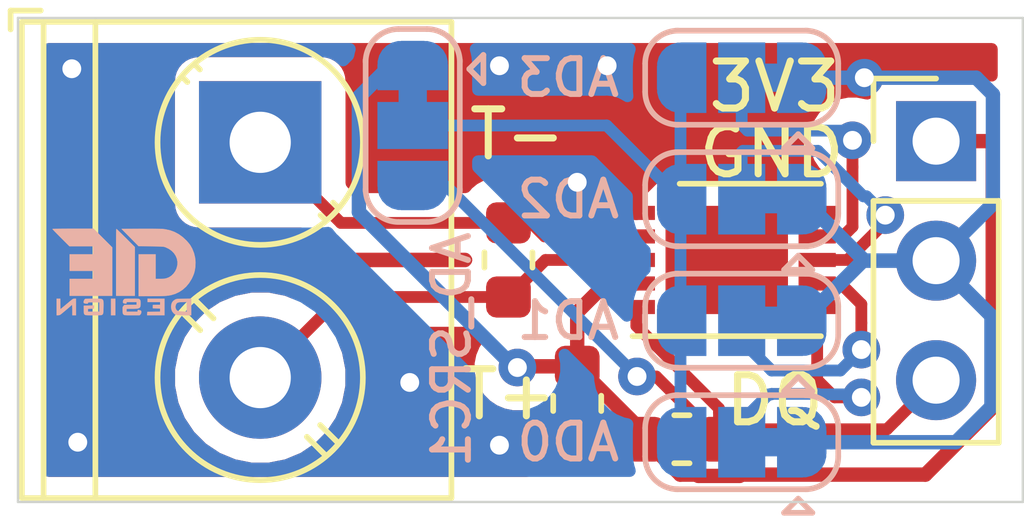
<source format=kicad_pcb>
(kicad_pcb (version 20171130) (host pcbnew "(5.1.4)-1")

  (general
    (thickness 1.6)
    (drawings 9)
    (tracks 123)
    (zones 0)
    (modules 12)
    (nets 12)
  )

  (page A4)
  (layers
    (0 F.Cu signal)
    (31 B.Cu signal)
    (32 B.Adhes user)
    (33 F.Adhes user)
    (34 B.Paste user)
    (35 F.Paste user)
    (36 B.SilkS user)
    (37 F.SilkS user)
    (38 B.Mask user)
    (39 F.Mask user)
    (40 Dwgs.User user)
    (41 Cmts.User user)
    (42 Eco1.User user)
    (43 Eco2.User user)
    (44 Edge.Cuts user)
    (45 Margin user)
    (46 B.CrtYd user)
    (47 F.CrtYd user)
    (48 B.Fab user hide)
    (49 F.Fab user hide)
  )

  (setup
    (last_trace_width 0.25)
    (trace_clearance 0.1524)
    (zone_clearance 0.508)
    (zone_45_only no)
    (trace_min 0.1778)
    (via_size 0.8)
    (via_drill 0.4)
    (via_min_size 0.4)
    (via_min_drill 0.254)
    (uvia_size 0.3)
    (uvia_drill 0.1)
    (uvias_allowed no)
    (uvia_min_size 0.2)
    (uvia_min_drill 0.1)
    (edge_width 0.05)
    (segment_width 0.2)
    (pcb_text_width 0.3)
    (pcb_text_size 1.5 1.5)
    (mod_edge_width 0.12)
    (mod_text_size 1 1)
    (mod_text_width 0.15)
    (pad_size 1 0.5)
    (pad_drill 0)
    (pad_to_mask_clearance 0.051)
    (solder_mask_min_width 0.25)
    (aux_axis_origin 0 0)
    (visible_elements 7FFFFFFF)
    (pcbplotparams
      (layerselection 0x010fc_ffffffff)
      (usegerberextensions false)
      (usegerberattributes false)
      (usegerberadvancedattributes false)
      (creategerberjobfile false)
      (excludeedgelayer true)
      (linewidth 0.100000)
      (plotframeref false)
      (viasonmask false)
      (mode 1)
      (useauxorigin false)
      (hpglpennumber 1)
      (hpglpenspeed 20)
      (hpglpendiameter 15.000000)
      (psnegative false)
      (psa4output false)
      (plotreference true)
      (plotvalue true)
      (plotinvisibletext false)
      (padsonsilk false)
      (subtractmaskfromsilk false)
      (outputformat 1)
      (mirror false)
      (drillshape 1)
      (scaleselection 1)
      (outputdirectory ""))
  )

  (net 0 "")
  (net 1 GND)
  (net 2 +3V3)
  (net 3 "Net-(U1-Pad10)")
  (net 4 /T-)
  (net 5 /T+)
  (net 6 /DQ)
  (net 7 /AD0)
  (net 8 /AD1)
  (net 9 /AD2)
  (net 10 /AD3)
  (net 11 "Net-(AD0-Pad3)")

  (net_class Default "This is the default net class."
    (clearance 0.1524)
    (trace_width 0.25)
    (via_dia 0.8)
    (via_drill 0.4)
    (uvia_dia 0.3)
    (uvia_drill 0.1)
    (add_net +3V3)
    (add_net /AD0)
    (add_net /AD1)
    (add_net /AD2)
    (add_net /AD3)
    (add_net /DQ)
    (add_net /T+)
    (add_net /T-)
    (add_net GND)
    (add_net "Net-(AD0-Pad3)")
    (add_net "Net-(U1-Pad10)")
  )

  (module "0 - GIE Design Logos:GIEDesign_(3mmx2mm)_B.SilkS" (layer F.Cu) (tedit 5E745DF8) (tstamp 5E74B26B)
    (at 41.402 71.5645)
    (fp_text reference G*** (at 0.00508 -1.99136) (layer B.Fab) hide
      (effects (font (size 1.524 1.524) (thickness 0.3)) (justify mirror))
    )
    (fp_text value LOGO (at 0.04064 2.11328) (layer B.Fab) hide
      (effects (font (size 1.524 1.524) (thickness 0.3)))
    )
    (fp_poly (pts (xy -1.067122 -0.916488) (xy -1.140466 -0.916231) (xy -1.20807 -0.915821) (xy -1.268677 -0.915275)
      (xy -1.32103 -0.914609) (xy -1.363872 -0.913838) (xy -1.395946 -0.912979) (xy -1.415994 -0.912048)
      (xy -1.422763 -0.91108) (xy -1.417807 -0.904846) (xy -1.403718 -0.88959) (xy -1.381662 -0.866514)
      (xy -1.352807 -0.836821) (xy -1.318322 -0.801712) (xy -1.279373 -0.762392) (xy -1.243096 -0.726023)
      (xy -1.063428 -0.546463) (xy -0.559163 -0.546463) (xy -0.559163 -0.372292) (xy -1.059906 -0.372292)
      (xy -1.059906 -0.023949) (xy -0.559163 -0.023949) (xy -0.559163 0.150223) (xy -1.059906 0.150223)
      (xy -1.059906 0.505823) (xy -0.16002 0.505823) (xy -0.16002 -0.520769) (xy -0.357925 -0.718673)
      (xy -0.555829 -0.916577) (xy -0.989296 -0.916577) (xy -1.067122 -0.916488)) (layer B.SilkS) (width 0.01))
    (fp_poly (pts (xy -0.068304 -0.902227) (xy -0.069034 -0.881604) (xy -0.069724 -0.848434) (xy -0.070368 -0.803702)
      (xy -0.070956 -0.748391) (xy -0.071483 -0.683486) (xy -0.07194 -0.609971) (xy -0.07232 -0.528829)
      (xy -0.072615 -0.441045) (xy -0.072819 -0.347602) (xy -0.072922 -0.249484) (xy -0.072935 -0.201749)
      (xy -0.072935 0.505823) (xy 0.318951 0.505823) (xy 0.318951 -0.528423) (xy 0.128401 -0.718872)
      (xy 0.085111 -0.761998) (xy 0.044984 -0.801704) (xy 0.009184 -0.836858) (xy -0.021123 -0.866327)
      (xy -0.044771 -0.888978) (xy -0.060596 -0.903679) (xy -0.067433 -0.909297) (xy -0.067542 -0.90932)
      (xy -0.068304 -0.902227)) (layer B.SilkS) (width 0.01))
    (fp_poly (pts (xy 0.496039 -0.915319) (xy 0.441276 -0.915081) (xy 0.044716 -0.912949) (xy 0.22351 -0.73152)
      (xy 0.402305 -0.550092) (xy 0.667242 -0.546201) (xy 0.736274 -0.545167) (xy 0.792438 -0.544219)
      (xy 0.837378 -0.543238) (xy 0.872739 -0.542106) (xy 0.900164 -0.540707) (xy 0.9213 -0.53892)
      (xy 0.937789 -0.536629) (xy 0.951277 -0.533715) (xy 0.963409 -0.530061) (xy 0.975827 -0.525547)
      (xy 0.980648 -0.523704) (xy 1.048373 -0.491106) (xy 1.10672 -0.449556) (xy 1.154868 -0.40034)
      (xy 1.191994 -0.344744) (xy 1.217277 -0.284054) (xy 1.229895 -0.219555) (xy 1.229024 -0.152534)
      (xy 1.227054 -0.138277) (xy 1.210231 -0.07327) (xy 1.182272 -0.013516) (xy 1.144706 0.039293)
      (xy 1.099062 0.083463) (xy 1.046871 0.117305) (xy 0.989662 0.139125) (xy 0.972918 0.142856)
      (xy 0.949468 0.145858) (xy 0.916318 0.14827) (xy 0.878275 0.14981) (xy 0.847732 0.150223)
      (xy 0.761637 0.150223) (xy 0.761637 -0.372292) (xy 0.406037 -0.372292) (xy 0.406037 0.51308)
      (xy 0.661851 0.512003) (xy 0.725153 0.511595) (xy 0.787092 0.51093) (xy 0.84535 0.510054)
      (xy 0.897611 0.50901) (xy 0.94156 0.507843) (xy 0.974879 0.506597) (xy 0.990237 0.50573)
      (xy 1.086284 0.491845) (xy 1.17725 0.464681) (xy 1.262228 0.424865) (xy 1.34031 0.373018)
      (xy 1.410587 0.309766) (xy 1.472151 0.235731) (xy 1.524096 0.151539) (xy 1.533965 0.13208)
      (xy 1.558411 0.079198) (xy 1.576229 0.032685) (xy 1.589067 -0.013014) (xy 1.598576 -0.063453)
      (xy 1.604041 -0.103777) (xy 1.608927 -0.203463) (xy 1.599679 -0.302102) (xy 1.576641 -0.398196)
      (xy 1.540151 -0.490246) (xy 1.499476 -0.563159) (xy 1.48295 -0.58626) (xy 1.459732 -0.615197)
      (xy 1.433433 -0.645584) (xy 1.416713 -0.663702) (xy 1.337101 -0.738372) (xy 1.253036 -0.799363)
      (xy 1.163831 -0.847016) (xy 1.0688 -0.88167) (xy 0.967255 -0.903664) (xy 0.918982 -0.909547)
      (xy 0.892492 -0.911253) (xy 0.85269 -0.912688) (xy 0.800778 -0.913838) (xy 0.737956 -0.914691)
      (xy 0.665425 -0.915231) (xy 0.584386 -0.915445) (xy 0.496039 -0.915319)) (layer B.SilkS) (width 0.01))
    (fp_poly (pts (xy -0.96664 0.571187) (xy -0.974857 0.572019) (xy -0.983442 0.574657) (xy -0.993861 0.580123)
      (xy -1.007576 0.589442) (xy -1.026052 0.603636) (xy -1.050753 0.623729) (xy -1.083142 0.650743)
      (xy -1.124684 0.685703) (xy -1.141482 0.699858) (xy -1.175971 0.728774) (xy -1.206643 0.754214)
      (xy -1.231796 0.77479) (xy -1.249728 0.789113) (xy -1.258739 0.795794) (xy -1.25941 0.796108)
      (xy -1.260677 0.789263) (xy -1.261756 0.770371) (xy -1.262568 0.741901) (xy -1.26303 0.70632)
      (xy -1.263106 0.683623) (xy -1.263106 0.571137) (xy -1.335678 0.571137) (xy -1.335678 0.91948)
      (xy -1.308463 0.919441) (xy -1.284508 0.915937) (xy -1.26323 0.90748) (xy -1.262065 0.906741)
      (xy -1.249728 0.897566) (xy -1.229065 0.881094) (xy -1.202244 0.859156) (xy -1.171436 0.833582)
      (xy -1.138808 0.8062) (xy -1.106531 0.778841) (xy -1.076773 0.753334) (xy -1.051704 0.731508)
      (xy -1.033492 0.715194) (xy -1.024306 0.70622) (xy -1.024248 0.706151) (xy -1.013613 0.696617)
      (xy -1.008217 0.694508) (xy -1.006035 0.701354) (xy -1.004175 0.720244) (xy -1.002777 0.748713)
      (xy -1.00198 0.784293) (xy -1.001849 0.806994) (xy -1.001849 0.91948) (xy -0.929278 0.91948)
      (xy -0.929278 0.571137) (xy -0.957327 0.571137) (xy -0.96664 0.571187)) (layer B.SilkS) (width 0.01))
    (fp_poly (pts (xy -0.600932 0.571329) (xy -0.644473 0.571868) (xy -0.681314 0.572696) (xy -0.709215 0.573756)
      (xy -0.725939 0.574991) (xy -0.729381 0.575645) (xy -0.742531 0.586363) (xy -0.753312 0.604782)
      (xy -0.760328 0.626269) (xy -0.762186 0.64619) (xy -0.757493 0.659914) (xy -0.755279 0.661744)
      (xy -0.744392 0.665083) (xy -0.724552 0.668711) (xy -0.711736 0.670441) (xy -0.690206 0.672467)
      (xy -0.679384 0.671147) (xy -0.675639 0.665364) (xy -0.675278 0.659233) (xy -0.674807 0.653581)
      (xy -0.672042 0.6495) (xy -0.664951 0.646734) (xy -0.651502 0.645027) (xy -0.629664 0.644124)
      (xy -0.597406 0.64377) (xy -0.552695 0.643708) (xy -0.428535 0.643708) (xy -0.428535 0.846908)
      (xy -0.675278 0.846908) (xy -0.675278 0.782159) (xy -0.548278 0.777965) (xy -0.546036 0.746926)
      (xy -0.543795 0.715887) (xy -0.651265 0.717897) (xy -0.758735 0.719908) (xy -0.758125 0.806315)
      (xy -0.758037 0.839633) (xy -0.757242 0.865697) (xy -0.754153 0.885395) (xy -0.747183 0.899612)
      (xy -0.734747 0.909236) (xy -0.715257 0.915155) (xy -0.687128 0.918254) (xy -0.648773 0.91942)
      (xy -0.598606 0.919542) (xy -0.555709 0.91948) (xy -0.501555 0.919402) (xy -0.459985 0.919072)
      (xy -0.429071 0.918344) (xy -0.406884 0.91707) (xy -0.391496 0.915106) (xy -0.380976 0.912305)
      (xy -0.373397 0.908522) (xy -0.368968 0.905336) (xy -0.362321 0.899548) (xy -0.357435 0.892696)
      (xy -0.353917 0.882475) (xy -0.351376 0.86658) (xy -0.349418 0.842706) (xy -0.347652 0.808548)
      (xy -0.346047 0.770673) (xy -0.344405 0.715108) (xy -0.344439 0.670594) (xy -0.346128 0.638325)
      (xy -0.348744 0.621797) (xy -0.35334 0.60651) (xy -0.359065 0.594654) (xy -0.367674 0.585793)
      (xy -0.380922 0.579492) (xy -0.400565 0.575315) (xy -0.42836 0.572828) (xy -0.466061 0.571593)
      (xy -0.515425 0.571176) (xy -0.552927 0.571137) (xy -0.600932 0.571329)) (layer B.SilkS) (width 0.01))
    (fp_poly (pts (xy -0.181792 0.91948) (xy -0.094706 0.91948) (xy -0.094706 0.571137) (xy -0.181792 0.571137)
      (xy -0.181792 0.91948)) (layer B.SilkS) (width 0.01))
    (fp_poly (pts (xy 0.207129 0.571176) (xy 0.16944 0.571441) (xy 0.142128 0.572152) (xy 0.123127 0.573528)
      (xy 0.110369 0.575791) (xy 0.101785 0.579161) (xy 0.095308 0.583857) (xy 0.090021 0.58895)
      (xy 0.074936 0.613132) (xy 0.072208 0.632064) (xy 0.072936 0.648957) (xy 0.077408 0.658635)
      (xy 0.089059 0.66413) (xy 0.111323 0.668475) (xy 0.113937 0.668909) (xy 0.133169 0.67151)
      (xy 0.142092 0.669639) (xy 0.144652 0.661546) (xy 0.14478 0.655232) (xy 0.14478 0.636451)
      (xy 0.362494 0.636451) (xy 0.362494 0.700356) (xy 0.099968 0.705394) (xy 0.081816 0.726504)
      (xy 0.073514 0.737092) (xy 0.06837 0.747756) (xy 0.065792 0.762001) (xy 0.065189 0.783335)
      (xy 0.065972 0.815262) (xy 0.066121 0.819685) (xy 0.067133 0.849639) (xy 0.068979 0.872916)
      (xy 0.073309 0.890357) (xy 0.081771 0.9028) (xy 0.096017 0.911088) (xy 0.117697 0.916061)
      (xy 0.148459 0.918558) (xy 0.189953 0.91942) (xy 0.243831 0.919488) (xy 0.262028 0.91948)
      (xy 0.421211 0.91948) (xy 0.439024 0.901667) (xy 0.452784 0.88134) (xy 0.456837 0.854917)
      (xy 0.456837 0.854836) (xy 0.455722 0.835812) (xy 0.449713 0.825903) (xy 0.434815 0.819738)
      (xy 0.429622 0.818261) (xy 0.405164 0.812311) (xy 0.39141 0.812012) (xy 0.385428 0.818043)
      (xy 0.384265 0.828765) (xy 0.384265 0.846908) (xy 0.14478 0.846908) (xy 0.14478 0.781594)
      (xy 0.251822 0.781421) (xy 0.309368 0.780865) (xy 0.354032 0.778784) (xy 0.387435 0.774243)
      (xy 0.411199 0.766308) (xy 0.426943 0.754044) (xy 0.43629 0.736517) (xy 0.440859 0.712793)
      (xy 0.442272 0.681937) (xy 0.442322 0.671603) (xy 0.441973 0.639945) (xy 0.440396 0.61912)
      (xy 0.4368 0.605455) (xy 0.430393 0.595275) (xy 0.42451 0.58895) (xy 0.418208 0.582978)
      (xy 0.411525 0.578517) (xy 0.402392 0.575346) (xy 0.388742 0.573245) (xy 0.368508 0.571994)
      (xy 0.33962 0.571372) (xy 0.300011 0.57116) (xy 0.257265 0.571137) (xy 0.207129 0.571176)) (layer B.SilkS) (width 0.01))
    (fp_poly (pts (xy 0.594722 0.636451) (xy 0.863237 0.636451) (xy 0.863237 0.701274) (xy 0.785222 0.703334)
      (xy 0.707208 0.705394) (xy 0.707208 0.770708) (xy 0.785222 0.772768) (xy 0.863237 0.774828)
      (xy 0.863237 0.846588) (xy 0.727165 0.848562) (xy 0.591094 0.850537) (xy 0.588882 0.885008)
      (xy 0.58667 0.91948) (xy 0.950322 0.91948) (xy 0.950322 0.571137) (xy 0.594722 0.571137)
      (xy 0.594722 0.636451)) (layer B.SilkS) (width 0.01))
    (fp_poly (pts (xy 1.362165 0.572435) (xy 1.310331 0.57332) (xy 1.27082 0.574345) (xy 1.241441 0.575722)
      (xy 1.220003 0.577669) (xy 1.204315 0.580398) (xy 1.192186 0.584124) (xy 1.181424 0.589063)
      (xy 1.178922 0.590388) (xy 1.141543 0.616287) (xy 1.115851 0.648299) (xy 1.100877 0.688206)
      (xy 1.095649 0.737789) (xy 1.095625 0.743261) (xy 1.100823 0.794134) (xy 1.116528 0.836198)
      (xy 1.143262 0.871168) (xy 1.157884 0.885027) (xy 1.17163 0.895669) (xy 1.186674 0.90356)
      (xy 1.205191 0.909167) (xy 1.229356 0.912959) (xy 1.261344 0.915401) (xy 1.303331 0.916961)
      (xy 1.357492 0.918107) (xy 1.362165 0.918191) (xy 1.51638 0.920923) (xy 1.51638 0.848401)
      (xy 1.429294 0.848401) (xy 1.340394 0.845599) (xy 1.296912 0.843607) (xy 1.265328 0.840566)
      (xy 1.243045 0.836118) (xy 1.228031 0.830216) (xy 1.203538 0.809386) (xy 1.187995 0.779952)
      (xy 1.182234 0.745342) (xy 1.187091 0.708986) (xy 1.194062 0.690587) (xy 1.204678 0.671716)
      (xy 1.217497 0.658091) (xy 1.235017 0.648786) (xy 1.259733 0.642873) (xy 1.294141 0.639426)
      (xy 1.336765 0.63763) (xy 1.429294 0.634993) (xy 1.429294 0.848401) (xy 1.51638 0.848401)
      (xy 1.51638 0.570104) (xy 1.362165 0.572435)) (layer B.SilkS) (width 0.01))
  )

  (module MAX31850-Breakout:TDFN-10-1EP_3x4mm_P0.5mm_EP1.75x2.7mm locked (layer F.Cu) (tedit 5E66AF1F) (tstamp 5E75CC61)
    (at 54.2925 71.3105)
    (descr "10-Lead Plastic Dual Flat No-Lead Package, 3x4mm Body")
    (tags "DFN 0.5")
    (path /5E73EC25)
    (attr smd)
    (fp_text reference U1 (at 0 -2.475) (layer F.SilkS) hide
      (effects (font (size 1 1) (thickness 0.15)))
    )
    (fp_text value MAX31850KATB (at 0 2.475) (layer F.Fab)
      (effects (font (size 1 1) (thickness 0.15)))
    )
    (fp_text user %R (at 0 0) (layer F.Fab)
      (effects (font (size 0.7 0.7) (thickness 0.105)))
    )
    (fp_line (start -2.13 -1.75) (end -2.13 1.75) (layer F.CrtYd) (width 0.05))
    (fp_line (start -2.13 -1.75) (end 2.13 -1.75) (layer F.CrtYd) (width 0.05))
    (fp_line (start -2.13 1.75) (end 2.13 1.75) (layer F.CrtYd) (width 0.05))
    (fp_line (start 2.13 -1.75) (end 2.13 1.75) (layer F.CrtYd) (width 0.05))
    (fp_line (start -2 -0.5) (end -1 -1.5) (layer F.Fab) (width 0.1))
    (fp_line (start -2 1.5) (end -2 -0.5) (layer F.Fab) (width 0.1))
    (fp_line (start -1 -1.5) (end 2 -1.5) (layer F.Fab) (width 0.1))
    (fp_line (start 2 -1.5) (end 2 1.5) (layer F.Fab) (width 0.1))
    (fp_line (start 2 1.5) (end -2 1.5) (layer F.Fab) (width 0.1))
    (fp_line (start -1 -1.62) (end 2 -1.62) (layer F.SilkS) (width 0.12))
    (fp_line (start -2 1.62) (end 2 1.62) (layer F.SilkS) (width 0.12))
    (pad 1 smd rect (at -1.92 -1) (size 0.79 0.3) (layers F.Cu F.Paste F.Mask)
      (net 1 GND))
    (pad 2 smd rect (at -1.92 -0.5) (size 0.79 0.3) (layers F.Cu F.Paste F.Mask)
      (net 4 /T-))
    (pad 3 smd rect (at -1.92 0) (size 0.79 0.3) (layers F.Cu F.Paste F.Mask)
      (net 5 /T+))
    (pad 4 smd rect (at -1.92 0.5) (size 0.79 0.3) (layers F.Cu F.Paste F.Mask)
      (net 2 +3V3))
    (pad 5 smd rect (at -1.92 1) (size 0.79 0.3) (layers F.Cu F.Paste F.Mask)
      (net 6 /DQ))
    (pad 6 smd rect (at 1.92 1) (size 0.79 0.3) (layers F.Cu F.Paste F.Mask)
      (net 7 /AD0))
    (pad 7 smd rect (at 1.92 0.5) (size 0.79 0.3) (layers F.Cu F.Paste F.Mask)
      (net 8 /AD1))
    (pad 8 smd rect (at 1.92 0) (size 0.79 0.3) (layers F.Cu F.Paste F.Mask)
      (net 9 /AD2))
    (pad 9 smd rect (at 1.92 -0.5) (size 0.79 0.3) (layers F.Cu F.Paste F.Mask)
      (net 10 /AD3))
    (pad 10 smd rect (at 1.92 -1) (size 0.79 0.3) (layers F.Cu F.Paste F.Mask)
      (net 3 "Net-(U1-Pad10)"))
    (pad 11 smd rect (at 0 0) (size 2.6 2.3) (layers F.Cu F.Mask))
    (pad "" smd rect (at -0.3875 -0.62) (size 0.6 1.05) (layers F.Paste))
    (pad "" smd rect (at -0.3875 0.62) (size 0.6 1.05) (layers F.Paste))
    (pad "" smd rect (at 0.3875 -0.62) (size 0.6 1.05) (layers F.Paste))
    (pad "" smd rect (at 0.3875 0.62) (size 0.6 1.05) (layers F.Paste))
    (model ${KISYS3DMOD}/Package_DFN_QFN.3dshapes/DFN-10-1EP_3x3mm_P0.5mm_EP1.75x2.7mm.wrl
      (at (xyz 0 0 0))
      (scale (xyz 1 1 1))
      (rotate (xyz 0 0 0))
    )
  )

  (module "0 - GIE SMD Passive Components:R_0603_1608Metric" (layer F.Cu) (tedit 5B301BBD) (tstamp 5E75E43A)
    (at 53.34 75.1205)
    (descr "Resistor SMD 0603 (1608 Metric), square (rectangular) end terminal, IPC_7351 nominal, (Body size source: http://www.tortai-tech.com/upload/download/2011102023233369053.pdf), generated with kicad-footprint-generator")
    (tags resistor)
    (path /5E7522C3)
    (attr smd)
    (fp_text reference R1 (at 2.413 0) (layer F.SilkS) hide
      (effects (font (size 1 1) (thickness 0.15)))
    )
    (fp_text value DNP_4.7k (at 0 1.43) (layer F.Fab)
      (effects (font (size 1 1) (thickness 0.15)))
    )
    (fp_text user %R (at 0 0) (layer F.Fab)
      (effects (font (size 0.4 0.4) (thickness 0.06)))
    )
    (fp_line (start 1.48 0.73) (end -1.48 0.73) (layer F.CrtYd) (width 0.05))
    (fp_line (start 1.48 -0.73) (end 1.48 0.73) (layer F.CrtYd) (width 0.05))
    (fp_line (start -1.48 -0.73) (end 1.48 -0.73) (layer F.CrtYd) (width 0.05))
    (fp_line (start -1.48 0.73) (end -1.48 -0.73) (layer F.CrtYd) (width 0.05))
    (fp_line (start -0.162779 0.51) (end 0.162779 0.51) (layer F.SilkS) (width 0.12))
    (fp_line (start -0.162779 -0.51) (end 0.162779 -0.51) (layer F.SilkS) (width 0.12))
    (fp_line (start 0.8 0.4) (end -0.8 0.4) (layer F.Fab) (width 0.1))
    (fp_line (start 0.8 -0.4) (end 0.8 0.4) (layer F.Fab) (width 0.1))
    (fp_line (start -0.8 -0.4) (end 0.8 -0.4) (layer F.Fab) (width 0.1))
    (fp_line (start -0.8 0.4) (end -0.8 -0.4) (layer F.Fab) (width 0.1))
    (pad 2 smd roundrect (at 0.7875 0) (size 0.875 0.95) (layers F.Cu F.Paste F.Mask) (roundrect_rratio 0.25)
      (net 6 /DQ))
    (pad 1 smd roundrect (at -0.7875 0) (size 0.875 0.95) (layers F.Cu F.Paste F.Mask) (roundrect_rratio 0.25)
      (net 2 +3V3))
    (model ${KISYS3DMOD}/Resistor_SMD.3dshapes/R_0603_1608Metric.wrl
      (at (xyz 0 0 0))
      (scale (xyz 1 1 1))
      (rotate (xyz 0 0 0))
    )
  )

  (module Jumper:SolderJumper-3_P1.3mm_Bridged12_RoundedPad1.0x1.5mm (layer B.Cu) (tedit 5E745111) (tstamp 5E75CC31)
    (at 54.61 67.437 180)
    (descr "SMD Solder 3-pad Jumper, 1x1.5mm rounded Pads, 0.3mm gap, pads 1-2 bridged with 1 copper strip")
    (tags "solder jumper open")
    (path /5E7479F9)
    (attr virtual)
    (fp_text reference AD3 (at 3.683 0) (layer B.SilkS)
      (effects (font (size 0.762 0.762) (thickness 0.127)) (justify mirror))
    )
    (fp_text value SolderJumper_3_Bridged12 (at 0 -1.9) (layer B.Fab)
      (effects (font (size 1 1) (thickness 0.15)) (justify mirror))
    )
    (fp_line (start -1.2 -1.2) (end -0.9 -1.5) (layer B.SilkS) (width 0.12))
    (fp_line (start -1.5 -1.5) (end -0.9 -1.5) (layer B.SilkS) (width 0.12))
    (fp_line (start -1.2 -1.2) (end -1.5 -1.5) (layer B.SilkS) (width 0.12))
    (fp_line (start -2.05 -0.3) (end -2.05 0.3) (layer B.SilkS) (width 0.12))
    (fp_line (start 1.4 -1) (end -1.4 -1) (layer B.SilkS) (width 0.12))
    (fp_line (start 2.05 0.3) (end 2.05 -0.3) (layer B.SilkS) (width 0.12))
    (fp_line (start -1.4 1) (end 1.4 1) (layer B.SilkS) (width 0.12))
    (fp_line (start -2.3 1.25) (end 2.3 1.25) (layer B.CrtYd) (width 0.05))
    (fp_line (start -2.3 1.25) (end -2.3 -1.25) (layer B.CrtYd) (width 0.05))
    (fp_line (start 2.3 -1.25) (end 2.3 1.25) (layer B.CrtYd) (width 0.05))
    (fp_line (start 2.3 -1.25) (end -2.3 -1.25) (layer B.CrtYd) (width 0.05))
    (fp_arc (start 1.35 0.3) (end 2.05 0.3) (angle 90) (layer B.SilkS) (width 0.12))
    (fp_arc (start 1.35 -0.3) (end 1.35 -1) (angle 90) (layer B.SilkS) (width 0.12))
    (fp_arc (start -1.35 -0.3) (end -2.05 -0.3) (angle 90) (layer B.SilkS) (width 0.12))
    (fp_arc (start -1.35 0.3) (end -1.35 1) (angle 90) (layer B.SilkS) (width 0.12))
    (fp_poly (pts (xy -0.9 0.3) (xy -0.4 0.3) (xy -0.4 -0.3) (xy -0.9 -0.3)) (layer B.Cu) (width 0))
    (pad 3 smd custom (at 1.3 0 180) (size 1 0.5) (layers B.Cu B.Mask)
      (net 11 "Net-(AD0-Pad3)") (zone_connect 2)
      (options (clearance outline) (anchor rect))
      (primitives
        (gr_circle (center 0 -0.25) (end 0.5 -0.25) (width 0))
        (gr_circle (center 0 0.25) (end 0.5 0.25) (width 0))
        (gr_poly (pts
           (xy -0.55 0.75) (xy 0 0.75) (xy 0 -0.75) (xy -0.55 -0.75)) (width 0))
      ))
    (pad 2 smd rect (at 0 0 180) (size 1 1.5) (layers B.Cu B.Mask)
      (net 10 /AD3))
    (pad 1 smd custom (at -1.3 0 180) (size 1 0.5) (layers B.Cu B.Mask)
      (net 1 GND) (zone_connect 2)
      (options (clearance convexhull) (anchor rect))
      (primitives
        (gr_circle (center 0 -0.25) (end 0.5 -0.25) (width 0))
        (gr_circle (center 0 0.25) (end 0.5 0.25) (width 0))
        (gr_poly (pts
           (xy 0.55 0.75) (xy 0 0.75) (xy 0 -0.75) (xy 0.55 -0.75)) (width 0))
      ))
  )

  (module Jumper:SolderJumper-3_P1.3mm_Bridged12_RoundedPad1.0x1.5mm (layer B.Cu) (tedit 5C745321) (tstamp 5E75CC1A)
    (at 54.61 70.019333 180)
    (descr "SMD Solder 3-pad Jumper, 1x1.5mm rounded Pads, 0.3mm gap, pads 1-2 bridged with 1 copper strip")
    (tags "solder jumper open")
    (path /5E747464)
    (attr virtual)
    (fp_text reference AD2 (at 3.683 0) (layer B.SilkS)
      (effects (font (size 0.762 0.762) (thickness 0.127)) (justify mirror))
    )
    (fp_text value SolderJumper_3_Bridged12 (at 0 -1.9) (layer B.Fab)
      (effects (font (size 1 1) (thickness 0.15)) (justify mirror))
    )
    (fp_poly (pts (xy -0.9 0.3) (xy -0.4 0.3) (xy -0.4 -0.3) (xy -0.9 -0.3)) (layer B.Cu) (width 0))
    (fp_arc (start -1.35 0.3) (end -1.35 1) (angle 90) (layer B.SilkS) (width 0.12))
    (fp_arc (start -1.35 -0.3) (end -2.05 -0.3) (angle 90) (layer B.SilkS) (width 0.12))
    (fp_arc (start 1.35 -0.3) (end 1.35 -1) (angle 90) (layer B.SilkS) (width 0.12))
    (fp_arc (start 1.35 0.3) (end 2.05 0.3) (angle 90) (layer B.SilkS) (width 0.12))
    (fp_line (start 2.3 -1.25) (end -2.3 -1.25) (layer B.CrtYd) (width 0.05))
    (fp_line (start 2.3 -1.25) (end 2.3 1.25) (layer B.CrtYd) (width 0.05))
    (fp_line (start -2.3 1.25) (end -2.3 -1.25) (layer B.CrtYd) (width 0.05))
    (fp_line (start -2.3 1.25) (end 2.3 1.25) (layer B.CrtYd) (width 0.05))
    (fp_line (start -1.4 1) (end 1.4 1) (layer B.SilkS) (width 0.12))
    (fp_line (start 2.05 0.3) (end 2.05 -0.3) (layer B.SilkS) (width 0.12))
    (fp_line (start 1.4 -1) (end -1.4 -1) (layer B.SilkS) (width 0.12))
    (fp_line (start -2.05 -0.3) (end -2.05 0.3) (layer B.SilkS) (width 0.12))
    (fp_line (start -1.2 -1.2) (end -1.5 -1.5) (layer B.SilkS) (width 0.12))
    (fp_line (start -1.5 -1.5) (end -0.9 -1.5) (layer B.SilkS) (width 0.12))
    (fp_line (start -1.2 -1.2) (end -0.9 -1.5) (layer B.SilkS) (width 0.12))
    (pad 1 smd custom (at -1.3 0 180) (size 1 0.5) (layers B.Cu B.Mask)
      (net 1 GND) (zone_connect 2)
      (options (clearance outline) (anchor rect))
      (primitives
        (gr_circle (center 0 -0.25) (end 0.5 -0.25) (width 0))
        (gr_circle (center 0 0.25) (end 0.5 0.25) (width 0))
        (gr_poly (pts
           (xy 0.55 0.75) (xy 0 0.75) (xy 0 -0.75) (xy 0.55 -0.75)) (width 0))
      ))
    (pad 2 smd rect (at 0 0 180) (size 1 1.5) (layers B.Cu B.Mask)
      (net 9 /AD2))
    (pad 3 smd custom (at 1.3 0 180) (size 1 0.5) (layers B.Cu B.Mask)
      (net 11 "Net-(AD0-Pad3)") (zone_connect 2)
      (options (clearance outline) (anchor rect))
      (primitives
        (gr_circle (center 0 -0.25) (end 0.5 -0.25) (width 0))
        (gr_circle (center 0 0.25) (end 0.5 0.25) (width 0))
        (gr_poly (pts
           (xy -0.55 0.75) (xy 0 0.75) (xy 0 -0.75) (xy -0.55 -0.75)) (width 0))
      ))
  )

  (module Jumper:SolderJumper-3_P1.3mm_Bridged12_RoundedPad1.0x1.5mm (layer B.Cu) (tedit 5C745321) (tstamp 5E75E6DA)
    (at 54.61 72.601666 180)
    (descr "SMD Solder 3-pad Jumper, 1x1.5mm rounded Pads, 0.3mm gap, pads 1-2 bridged with 1 copper strip")
    (tags "solder jumper open")
    (path /5E746EFF)
    (attr virtual)
    (fp_text reference AD1 (at 3.683 0) (layer B.SilkS)
      (effects (font (size 0.762 0.762) (thickness 0.127)) (justify mirror))
    )
    (fp_text value SolderJumper_3_Bridged12 (at 0 -1.9) (layer B.Fab)
      (effects (font (size 1 1) (thickness 0.15)) (justify mirror))
    )
    (fp_poly (pts (xy -0.9 0.3) (xy -0.4 0.3) (xy -0.4 -0.3) (xy -0.9 -0.3)) (layer B.Cu) (width 0))
    (fp_arc (start -1.35 0.3) (end -1.35 1) (angle 90) (layer B.SilkS) (width 0.12))
    (fp_arc (start -1.35 -0.3) (end -2.05 -0.3) (angle 90) (layer B.SilkS) (width 0.12))
    (fp_arc (start 1.35 -0.3) (end 1.35 -1) (angle 90) (layer B.SilkS) (width 0.12))
    (fp_arc (start 1.35 0.3) (end 2.05 0.3) (angle 90) (layer B.SilkS) (width 0.12))
    (fp_line (start 2.3 -1.25) (end -2.3 -1.25) (layer B.CrtYd) (width 0.05))
    (fp_line (start 2.3 -1.25) (end 2.3 1.25) (layer B.CrtYd) (width 0.05))
    (fp_line (start -2.3 1.25) (end -2.3 -1.25) (layer B.CrtYd) (width 0.05))
    (fp_line (start -2.3 1.25) (end 2.3 1.25) (layer B.CrtYd) (width 0.05))
    (fp_line (start -1.4 1) (end 1.4 1) (layer B.SilkS) (width 0.12))
    (fp_line (start 2.05 0.3) (end 2.05 -0.3) (layer B.SilkS) (width 0.12))
    (fp_line (start 1.4 -1) (end -1.4 -1) (layer B.SilkS) (width 0.12))
    (fp_line (start -2.05 -0.3) (end -2.05 0.3) (layer B.SilkS) (width 0.12))
    (fp_line (start -1.2 -1.2) (end -1.5 -1.5) (layer B.SilkS) (width 0.12))
    (fp_line (start -1.5 -1.5) (end -0.9 -1.5) (layer B.SilkS) (width 0.12))
    (fp_line (start -1.2 -1.2) (end -0.9 -1.5) (layer B.SilkS) (width 0.12))
    (pad 1 smd custom (at -1.3 0 180) (size 1 0.5) (layers B.Cu B.Mask)
      (net 1 GND) (zone_connect 2)
      (options (clearance outline) (anchor rect))
      (primitives
        (gr_circle (center 0 -0.25) (end 0.5 -0.25) (width 0))
        (gr_circle (center 0 0.25) (end 0.5 0.25) (width 0))
        (gr_poly (pts
           (xy 0.55 0.75) (xy 0 0.75) (xy 0 -0.75) (xy 0.55 -0.75)) (width 0))
      ))
    (pad 2 smd rect (at 0 0 180) (size 1 1.5) (layers B.Cu B.Mask)
      (net 8 /AD1))
    (pad 3 smd custom (at 1.3 0 180) (size 1 0.5) (layers B.Cu B.Mask)
      (net 11 "Net-(AD0-Pad3)") (zone_connect 2)
      (options (clearance outline) (anchor rect))
      (primitives
        (gr_circle (center 0 -0.25) (end 0.5 -0.25) (width 0))
        (gr_circle (center 0 0.25) (end 0.5 0.25) (width 0))
        (gr_poly (pts
           (xy -0.55 0.75) (xy 0 0.75) (xy 0 -0.75) (xy -0.55 -0.75)) (width 0))
      ))
  )

  (module Jumper:SolderJumper-3_P1.3mm_Bridged12_RoundedPad1.0x1.5mm (layer B.Cu) (tedit 5C745321) (tstamp 5E75EFA3)
    (at 54.61 75.183999 180)
    (descr "SMD Solder 3-pad Jumper, 1x1.5mm rounded Pads, 0.3mm gap, pads 1-2 bridged with 1 copper strip")
    (tags "solder jumper open")
    (path /5E7420FC)
    (attr virtual)
    (fp_text reference AD0 (at 3.683 0) (layer B.SilkS)
      (effects (font (size 0.762 0.762) (thickness 0.127)) (justify mirror))
    )
    (fp_text value SolderJumper_3_Bridged12 (at 0 -1.9) (layer B.Fab)
      (effects (font (size 1 1) (thickness 0.15)) (justify mirror))
    )
    (fp_poly (pts (xy -0.9 0.3) (xy -0.4 0.3) (xy -0.4 -0.3) (xy -0.9 -0.3)) (layer B.Cu) (width 0))
    (fp_arc (start -1.35 0.3) (end -1.35 1) (angle 90) (layer B.SilkS) (width 0.12))
    (fp_arc (start -1.35 -0.3) (end -2.05 -0.3) (angle 90) (layer B.SilkS) (width 0.12))
    (fp_arc (start 1.35 -0.3) (end 1.35 -1) (angle 90) (layer B.SilkS) (width 0.12))
    (fp_arc (start 1.35 0.3) (end 2.05 0.3) (angle 90) (layer B.SilkS) (width 0.12))
    (fp_line (start 2.3 -1.25) (end -2.3 -1.25) (layer B.CrtYd) (width 0.05))
    (fp_line (start 2.3 -1.25) (end 2.3 1.25) (layer B.CrtYd) (width 0.05))
    (fp_line (start -2.3 1.25) (end -2.3 -1.25) (layer B.CrtYd) (width 0.05))
    (fp_line (start -2.3 1.25) (end 2.3 1.25) (layer B.CrtYd) (width 0.05))
    (fp_line (start -1.4 1) (end 1.4 1) (layer B.SilkS) (width 0.12))
    (fp_line (start 2.05 0.3) (end 2.05 -0.3) (layer B.SilkS) (width 0.12))
    (fp_line (start 1.4 -1) (end -1.4 -1) (layer B.SilkS) (width 0.12))
    (fp_line (start -2.05 -0.3) (end -2.05 0.3) (layer B.SilkS) (width 0.12))
    (fp_line (start -1.2 -1.2) (end -1.5 -1.5) (layer B.SilkS) (width 0.12))
    (fp_line (start -1.5 -1.5) (end -0.9 -1.5) (layer B.SilkS) (width 0.12))
    (fp_line (start -1.2 -1.2) (end -0.9 -1.5) (layer B.SilkS) (width 0.12))
    (pad 1 smd custom (at -1.3 0 180) (size 1 0.5) (layers B.Cu B.Mask)
      (net 1 GND) (zone_connect 2)
      (options (clearance outline) (anchor rect))
      (primitives
        (gr_circle (center 0 -0.25) (end 0.5 -0.25) (width 0))
        (gr_circle (center 0 0.25) (end 0.5 0.25) (width 0))
        (gr_poly (pts
           (xy 0.55 0.75) (xy 0 0.75) (xy 0 -0.75) (xy 0.55 -0.75)) (width 0))
      ))
    (pad 2 smd rect (at 0 0 180) (size 1 1.5) (layers B.Cu B.Mask)
      (net 7 /AD0))
    (pad 3 smd custom (at 1.3 0 180) (size 1 0.5) (layers B.Cu B.Mask)
      (net 11 "Net-(AD0-Pad3)") (zone_connect 2)
      (options (clearance outline) (anchor rect))
      (primitives
        (gr_circle (center 0 -0.25) (end 0.5 -0.25) (width 0))
        (gr_circle (center 0 0.25) (end 0.5 0.25) (width 0))
        (gr_poly (pts
           (xy -0.55 0.75) (xy 0 0.75) (xy 0 -0.75) (xy -0.55 -0.75)) (width 0))
      ))
  )

  (module Jumper:SolderJumper-3_P1.3mm_Bridged12_RoundedPad1.0x1.5mm (layer B.Cu) (tedit 5C745321) (tstamp 5E75DDDC)
    (at 47.625 68.453 270)
    (descr "SMD Solder 3-pad Jumper, 1x1.5mm rounded Pads, 0.3mm gap, pads 1-2 bridged with 1 copper strip")
    (tags "solder jumper open")
    (path /5E74BD6C)
    (attr virtual)
    (fp_text reference AD_SRC1 (at 4.7625 -0.8255 90) (layer B.SilkS)
      (effects (font (size 0.762 0.762) (thickness 0.127)) (justify mirror))
    )
    (fp_text value SolderJumper_3_Bridged12 (at 0 -1.9 90) (layer B.Fab)
      (effects (font (size 1 1) (thickness 0.15)) (justify mirror))
    )
    (fp_poly (pts (xy -0.9 0.3) (xy -0.4 0.3) (xy -0.4 -0.3) (xy -0.9 -0.3)) (layer B.Cu) (width 0))
    (fp_arc (start -1.35 0.3) (end -1.35 1) (angle 90) (layer B.SilkS) (width 0.12))
    (fp_arc (start -1.35 -0.3) (end -2.05 -0.3) (angle 90) (layer B.SilkS) (width 0.12))
    (fp_arc (start 1.35 -0.3) (end 1.35 -1) (angle 90) (layer B.SilkS) (width 0.12))
    (fp_arc (start 1.35 0.3) (end 2.05 0.3) (angle 90) (layer B.SilkS) (width 0.12))
    (fp_line (start 2.3 -1.25) (end -2.3 -1.25) (layer B.CrtYd) (width 0.05))
    (fp_line (start 2.3 -1.25) (end 2.3 1.25) (layer B.CrtYd) (width 0.05))
    (fp_line (start -2.3 1.25) (end -2.3 -1.25) (layer B.CrtYd) (width 0.05))
    (fp_line (start -2.3 1.25) (end 2.3 1.25) (layer B.CrtYd) (width 0.05))
    (fp_line (start -1.4 1) (end 1.4 1) (layer B.SilkS) (width 0.12))
    (fp_line (start 2.05 0.3) (end 2.05 -0.3) (layer B.SilkS) (width 0.12))
    (fp_line (start 1.4 -1) (end -1.4 -1) (layer B.SilkS) (width 0.12))
    (fp_line (start -2.05 -0.3) (end -2.05 0.3) (layer B.SilkS) (width 0.12))
    (fp_line (start -1.2 -1.2) (end -1.5 -1.5) (layer B.SilkS) (width 0.12))
    (fp_line (start -1.5 -1.5) (end -0.9 -1.5) (layer B.SilkS) (width 0.12))
    (fp_line (start -1.2 -1.2) (end -0.9 -1.5) (layer B.SilkS) (width 0.12))
    (pad 1 smd custom (at -1.3 0 270) (size 1 0.5) (layers B.Cu B.Mask)
      (net 2 +3V3) (zone_connect 2)
      (options (clearance outline) (anchor rect))
      (primitives
        (gr_circle (center 0 -0.25) (end 0.5 -0.25) (width 0))
        (gr_circle (center 0 0.25) (end 0.5 0.25) (width 0))
        (gr_poly (pts
           (xy 0.55 0.75) (xy 0 0.75) (xy 0 -0.75) (xy 0.55 -0.75)) (width 0))
      ))
    (pad 2 smd rect (at 0 0 270) (size 1 1.5) (layers B.Cu B.Mask)
      (net 11 "Net-(AD0-Pad3)"))
    (pad 3 smd custom (at 1.3 0 270) (size 1 0.5) (layers B.Cu B.Mask)
      (net 6 /DQ) (zone_connect 2)
      (options (clearance outline) (anchor rect))
      (primitives
        (gr_circle (center 0 -0.25) (end 0.5 -0.25) (width 0))
        (gr_circle (center 0 0.25) (end 0.5 0.25) (width 0))
        (gr_poly (pts
           (xy -0.55 0.75) (xy 0 0.75) (xy 0 -0.75) (xy -0.55 -0.75)) (width 0))
      ))
  )

  (module Connector_PinHeader_2.54mm:PinHeader_1x03_P2.54mm_Vertical locked (layer F.Cu) (tedit 59FED5CC) (tstamp 5E75D3BD)
    (at 58.7375 68.7855)
    (descr "Through hole straight pin header, 1x03, 2.54mm pitch, single row")
    (tags "Through hole pin header THT 1x03 2.54mm single row")
    (path /5E756623)
    (fp_text reference J2 (at 0.0635 -1.92) (layer F.SilkS) hide
      (effects (font (size 1 1) (thickness 0.15)))
    )
    (fp_text value Conn_01x03 (at 0 7.41) (layer F.Fab)
      (effects (font (size 1 1) (thickness 0.15)))
    )
    (fp_text user %R (at 0 2.54 90) (layer F.Fab)
      (effects (font (size 1 1) (thickness 0.15)))
    )
    (fp_line (start 1.8 -1.8) (end -1.8 -1.8) (layer F.CrtYd) (width 0.05))
    (fp_line (start 1.8 6.85) (end 1.8 -1.8) (layer F.CrtYd) (width 0.05))
    (fp_line (start -1.8 6.85) (end 1.8 6.85) (layer F.CrtYd) (width 0.05))
    (fp_line (start -1.8 -1.8) (end -1.8 6.85) (layer F.CrtYd) (width 0.05))
    (fp_line (start -1.33 -1.33) (end 0 -1.33) (layer F.SilkS) (width 0.12))
    (fp_line (start -1.33 0) (end -1.33 -1.33) (layer F.SilkS) (width 0.12))
    (fp_line (start -1.33 1.27) (end 1.33 1.27) (layer F.SilkS) (width 0.12))
    (fp_line (start 1.33 1.27) (end 1.33 6.41) (layer F.SilkS) (width 0.12))
    (fp_line (start -1.33 1.27) (end -1.33 6.41) (layer F.SilkS) (width 0.12))
    (fp_line (start -1.33 6.41) (end 1.33 6.41) (layer F.SilkS) (width 0.12))
    (fp_line (start -1.27 -0.635) (end -0.635 -1.27) (layer F.Fab) (width 0.1))
    (fp_line (start -1.27 6.35) (end -1.27 -0.635) (layer F.Fab) (width 0.1))
    (fp_line (start 1.27 6.35) (end -1.27 6.35) (layer F.Fab) (width 0.1))
    (fp_line (start 1.27 -1.27) (end 1.27 6.35) (layer F.Fab) (width 0.1))
    (fp_line (start -0.635 -1.27) (end 1.27 -1.27) (layer F.Fab) (width 0.1))
    (pad 3 thru_hole oval (at 0 5.08) (size 1.7 1.7) (drill 1) (layers *.Cu *.Mask)
      (net 6 /DQ))
    (pad 2 thru_hole oval (at 0 2.54) (size 1.7 1.7) (drill 1) (layers *.Cu *.Mask)
      (net 1 GND))
    (pad 1 thru_hole rect (at 0 0) (size 1.7 1.7) (drill 1) (layers *.Cu *.Mask)
      (net 2 +3V3))
    (model ${KISYS3DMOD}/Connector_PinHeader_2.54mm.3dshapes/PinHeader_1x03_P2.54mm_Vertical.wrl
      (at (xyz 0 0 0))
      (scale (xyz 1 1 1))
      (rotate (xyz 0 0 0))
    )
  )

  (module "0 - GIE Connectors, Terminal Blocks:TerminalBlock_Phoenix_PT-1,5-2-5.0-H_1x02_P5.00mm_Horizontal" locked (layer F.Cu) (tedit 5B294F69) (tstamp 5E75CBA7)
    (at 44.3865 68.8105 270)
    (descr "Terminal Block Phoenix PT-1,5-2-5.0-H, 2 pins, pitch 5mm, size 10x9mm^2, drill diamater 1.3mm, pad diameter 2.6mm, see http://www.mouser.com/ds/2/324/ItemDetail_1935161-922578.pdf, script-generated using https://github.com/pointhi/kicad-footprint-generator/scripts/TerminalBlock_Phoenix")
    (tags "THT Terminal Block Phoenix PT-1,5-2-5.0-H pitch 5mm size 10x9mm^2 drill 1.3mm pad 2.6mm")
    (path /5E75BB5A)
    (fp_text reference J1 (at -1.818 -4.8895 90) (layer F.SilkS) hide
      (effects (font (size 1 1) (thickness 0.15)))
    )
    (fp_text value Conn_01x02 (at 2.5 6.06 90) (layer F.Fab)
      (effects (font (size 1 1) (thickness 0.15)))
    )
    (fp_text user %R (at 2.5 2.9 90) (layer F.Fab)
      (effects (font (size 1 1) (thickness 0.15)))
    )
    (fp_line (start 8 -4.5) (end -3 -4.5) (layer F.CrtYd) (width 0.05))
    (fp_line (start 8 5.5) (end 8 -4.5) (layer F.CrtYd) (width 0.05))
    (fp_line (start -3 5.5) (end 8 5.5) (layer F.CrtYd) (width 0.05))
    (fp_line (start -3 -4.5) (end -3 5.5) (layer F.CrtYd) (width 0.05))
    (fp_line (start -2.8 5.3) (end -2.4 5.3) (layer F.SilkS) (width 0.12))
    (fp_line (start -2.8 4.66) (end -2.8 5.3) (layer F.SilkS) (width 0.12))
    (fp_line (start 3.742 0.992) (end 3.347 1.388) (layer F.SilkS) (width 0.12))
    (fp_line (start 6.388 -1.654) (end 6.008 -1.274) (layer F.SilkS) (width 0.12))
    (fp_line (start 3.993 1.274) (end 3.613 1.654) (layer F.SilkS) (width 0.12))
    (fp_line (start 6.654 -1.388) (end 6.259 -0.992) (layer F.SilkS) (width 0.12))
    (fp_line (start 6.273 -1.517) (end 3.484 1.273) (layer F.Fab) (width 0.1))
    (fp_line (start 6.517 -1.273) (end 3.728 1.517) (layer F.Fab) (width 0.1))
    (fp_line (start -1.548 1.281) (end -1.654 1.388) (layer F.SilkS) (width 0.12))
    (fp_line (start 1.388 -1.654) (end 1.281 -1.547) (layer F.SilkS) (width 0.12))
    (fp_line (start -1.282 1.547) (end -1.388 1.654) (layer F.SilkS) (width 0.12))
    (fp_line (start 1.654 -1.388) (end 1.547 -1.281) (layer F.SilkS) (width 0.12))
    (fp_line (start 1.273 -1.517) (end -1.517 1.273) (layer F.Fab) (width 0.1))
    (fp_line (start 1.517 -1.273) (end -1.273 1.517) (layer F.Fab) (width 0.1))
    (fp_line (start 7.56 -4.06) (end 7.56 5.06) (layer F.SilkS) (width 0.12))
    (fp_line (start -2.56 -4.06) (end -2.56 5.06) (layer F.SilkS) (width 0.12))
    (fp_line (start -2.56 5.06) (end 7.56 5.06) (layer F.SilkS) (width 0.12))
    (fp_line (start -2.56 -4.06) (end 7.56 -4.06) (layer F.SilkS) (width 0.12))
    (fp_line (start -2.56 3.5) (end 7.56 3.5) (layer F.SilkS) (width 0.12))
    (fp_line (start -2.5 3.5) (end 7.5 3.5) (layer F.Fab) (width 0.1))
    (fp_line (start -2.56 4.6) (end 7.56 4.6) (layer F.SilkS) (width 0.12))
    (fp_line (start -2.5 4.6) (end 7.5 4.6) (layer F.Fab) (width 0.1))
    (fp_line (start -2.5 4.6) (end -2.5 -4) (layer F.Fab) (width 0.1))
    (fp_line (start -2.1 5) (end -2.5 4.6) (layer F.Fab) (width 0.1))
    (fp_line (start 7.5 5) (end -2.1 5) (layer F.Fab) (width 0.1))
    (fp_line (start 7.5 -4) (end 7.5 5) (layer F.Fab) (width 0.1))
    (fp_line (start -2.5 -4) (end 7.5 -4) (layer F.Fab) (width 0.1))
    (fp_circle (center 5 0) (end 7.18 0) (layer F.SilkS) (width 0.12))
    (fp_circle (center 5 0) (end 7 0) (layer F.Fab) (width 0.1))
    (fp_circle (center 0 0) (end 2.18 0) (layer F.SilkS) (width 0.12))
    (fp_circle (center 0 0) (end 2 0) (layer F.Fab) (width 0.1))
    (pad 2 thru_hole circle (at 5 0 270) (size 2.6 2.6) (drill 1.3) (layers *.Cu *.Mask)
      (net 5 /T+))
    (pad 1 thru_hole rect (at 0 0 270) (size 2.6 2.6) (drill 1.3) (layers *.Cu *.Mask)
      (net 4 /T-))
    (model ${KISYS3DMOD}/TerminalBlock_Phoenix.3dshapes/TerminalBlock_Phoenix_PT-1,5-2-5.0-H_1x02_P5.00mm_Horizontal.wrl
      (at (xyz 0 0 0))
      (scale (xyz 1 1 1))
      (rotate (xyz 0 0 0))
    )
  )

  (module "0 - GIE SMD Passive Components:C_0603_1608Metric" (layer F.Cu) (tedit 5B301BBE) (tstamp 5E75E530)
    (at 51.1175 74.3585 270)
    (descr "Capacitor SMD 0603 (1608 Metric), square (rectangular) end terminal, IPC_7351 nominal, (Body size source: http://www.tortai-tech.com/upload/download/2011102023233369053.pdf), generated with kicad-footprint-generator")
    (tags capacitor)
    (path /5E752F56)
    (attr smd)
    (fp_text reference C2 (at 0.8255 1.3335 90) (layer F.SilkS) hide
      (effects (font (size 1 1) (thickness 0.15)))
    )
    (fp_text value 0.1uF (at 0 1.43 90) (layer F.Fab)
      (effects (font (size 1 1) (thickness 0.15)))
    )
    (fp_text user %R (at 0 0 90) (layer F.Fab)
      (effects (font (size 0.4 0.4) (thickness 0.06)))
    )
    (fp_line (start 1.48 0.73) (end -1.48 0.73) (layer F.CrtYd) (width 0.05))
    (fp_line (start 1.48 -0.73) (end 1.48 0.73) (layer F.CrtYd) (width 0.05))
    (fp_line (start -1.48 -0.73) (end 1.48 -0.73) (layer F.CrtYd) (width 0.05))
    (fp_line (start -1.48 0.73) (end -1.48 -0.73) (layer F.CrtYd) (width 0.05))
    (fp_line (start -0.162779 0.51) (end 0.162779 0.51) (layer F.SilkS) (width 0.12))
    (fp_line (start -0.162779 -0.51) (end 0.162779 -0.51) (layer F.SilkS) (width 0.12))
    (fp_line (start 0.8 0.4) (end -0.8 0.4) (layer F.Fab) (width 0.1))
    (fp_line (start 0.8 -0.4) (end 0.8 0.4) (layer F.Fab) (width 0.1))
    (fp_line (start -0.8 -0.4) (end 0.8 -0.4) (layer F.Fab) (width 0.1))
    (fp_line (start -0.8 0.4) (end -0.8 -0.4) (layer F.Fab) (width 0.1))
    (pad 2 smd roundrect (at 0.7875 0 270) (size 0.875 0.95) (layers F.Cu F.Paste F.Mask) (roundrect_rratio 0.25)
      (net 1 GND))
    (pad 1 smd roundrect (at -0.7875 0 270) (size 0.875 0.95) (layers F.Cu F.Paste F.Mask) (roundrect_rratio 0.25)
      (net 2 +3V3))
    (model ${KISYS3DMOD}/Capacitor_SMD.3dshapes/C_0603_1608Metric.wrl
      (at (xyz 0 0 0))
      (scale (xyz 1 1 1))
      (rotate (xyz 0 0 0))
    )
  )

  (module "0 - GIE SMD Passive Components:C_0603_1608Metric" locked (layer F.Cu) (tedit 5B301BBE) (tstamp 5E75D44B)
    (at 49.657 71.3105 90)
    (descr "Capacitor SMD 0603 (1608 Metric), square (rectangular) end terminal, IPC_7351 nominal, (Body size source: http://www.tortai-tech.com/upload/download/2011102023233369053.pdf), generated with kicad-footprint-generator")
    (tags capacitor)
    (path /5E7594F1)
    (attr smd)
    (fp_text reference C1 (at 2.413 0 90) (layer F.SilkS) hide
      (effects (font (size 1 1) (thickness 0.15)))
    )
    (fp_text value 10nF (at 0 1.43 90) (layer F.Fab)
      (effects (font (size 1 1) (thickness 0.15)))
    )
    (fp_text user %R (at 0 0 90) (layer F.Fab)
      (effects (font (size 0.4 0.4) (thickness 0.06)))
    )
    (fp_line (start 1.48 0.73) (end -1.48 0.73) (layer F.CrtYd) (width 0.05))
    (fp_line (start 1.48 -0.73) (end 1.48 0.73) (layer F.CrtYd) (width 0.05))
    (fp_line (start -1.48 -0.73) (end 1.48 -0.73) (layer F.CrtYd) (width 0.05))
    (fp_line (start -1.48 0.73) (end -1.48 -0.73) (layer F.CrtYd) (width 0.05))
    (fp_line (start -0.162779 0.51) (end 0.162779 0.51) (layer F.SilkS) (width 0.12))
    (fp_line (start -0.162779 -0.51) (end 0.162779 -0.51) (layer F.SilkS) (width 0.12))
    (fp_line (start 0.8 0.4) (end -0.8 0.4) (layer F.Fab) (width 0.1))
    (fp_line (start 0.8 -0.4) (end 0.8 0.4) (layer F.Fab) (width 0.1))
    (fp_line (start -0.8 -0.4) (end 0.8 -0.4) (layer F.Fab) (width 0.1))
    (fp_line (start -0.8 0.4) (end -0.8 -0.4) (layer F.Fab) (width 0.1))
    (pad 2 smd roundrect (at 0.7875 0 90) (size 0.875 0.95) (layers F.Cu F.Paste F.Mask) (roundrect_rratio 0.25)
      (net 4 /T-))
    (pad 1 smd roundrect (at -0.7875 0 90) (size 0.875 0.95) (layers F.Cu F.Paste F.Mask) (roundrect_rratio 0.25)
      (net 5 /T+))
    (model ${KISYS3DMOD}/Capacitor_SMD.3dshapes/C_0603_1608Metric.wrl
      (at (xyz 0 0 0))
      (scale (xyz 1 1 1))
      (rotate (xyz 0 0 0))
    )
  )

  (gr_text GND (at 55.245 69.0245) (layer F.SilkS) (tstamp 5E74B43D)
    (effects (font (size 1 1) (thickness 0.15)))
  )
  (gr_text DQ (at 55.3085 74.295) (layer F.SilkS) (tstamp 5E74B43A)
    (effects (font (size 1 1) (thickness 0.15)))
  )
  (gr_text 3V3 (at 55.3085 67.6275) (layer F.SilkS) (tstamp 5E74B437)
    (effects (font (size 1 1) (thickness 0.15)))
  )
  (gr_text T+ (at 49.657 74.168) (layer F.SilkS) (tstamp 5E74B432)
    (effects (font (size 1 1) (thickness 0.15)))
  )
  (gr_text T- (at 49.8475 68.6435) (layer F.SilkS) (tstamp 5E74B42D)
    (effects (font (size 1 1) (thickness 0.15)))
  )
  (gr_line (start 39.243 76.454) (end 39.243 66.167) (layer Edge.Cuts) (width 0.05) (tstamp 5E75DB57))
  (gr_line (start 60.579 76.454) (end 39.243 76.454) (layer Edge.Cuts) (width 0.05))
  (gr_line (start 60.579 66.167) (end 60.579 76.454) (layer Edge.Cuts) (width 0.05))
  (gr_line (start 39.243 66.167) (end 60.579 66.167) (layer Edge.Cuts) (width 0.05))

  (segment (start 55.91 67.437) (end 57.2135 67.437) (width 0.3048) (layer B.Cu) (net 1))
  (segment (start 57.186166 71.3255) (end 55.91 72.601666) (width 0.3048) (layer B.Cu) (net 1))
  (segment (start 58.7375 71.3255) (end 57.186166 71.3255) (width 0.3048) (layer B.Cu) (net 1))
  (segment (start 55.91 70.019333) (end 57.216167 71.3255) (width 0.3048) (layer B.Cu) (net 1))
  (segment (start 57.216167 71.3255) (end 58.7375 71.3255) (width 0.3048) (layer B.Cu) (net 1))
  (via (at 57.2135 67.437) (size 0.8) (drill 0.4) (layers F.Cu B.Cu) (net 1))
  (segment (start 56.647815 67.437) (end 57.2135 67.437) (width 0.3048) (layer F.Cu) (net 1))
  (segment (start 54.846 67.437) (end 56.647815 67.437) (width 0.3048) (layer F.Cu) (net 1))
  (segment (start 52.3725 69.9105) (end 54.846 67.437) (width 0.3048) (layer F.Cu) (net 1))
  (segment (start 52.3725 70.3105) (end 52.3725 69.9105) (width 0.3048) (layer F.Cu) (net 1))
  (via (at 49.4665 75.2475) (size 0.8) (drill 0.4) (layers F.Cu B.Cu) (net 1))
  (via (at 47.5615 73.914) (size 0.8) (drill 0.4) (layers F.Cu B.Cu) (net 1))
  (via (at 40.513 75.184) (size 0.8) (drill 0.4) (layers F.Cu B.Cu) (net 1))
  (via (at 40.386 67.2465) (size 0.8) (drill 0.4) (layers F.Cu B.Cu) (net 1))
  (via (at 49.4665 67.183) (size 0.8) (drill 0.4) (layers F.Cu B.Cu) (net 1))
  (via (at 51.7525 67.183) (size 0.8) (drill 0.4) (layers F.Cu B.Cu) (net 1))
  (via (at 51.1175 69.6595) (size 0.8) (drill 0.4) (layers F.Cu B.Cu) (net 1))
  (segment (start 59.587499 70.475501) (end 58.7375 71.3255) (width 0.3048) (layer B.Cu) (net 1))
  (segment (start 59.944 70.119) (end 59.587499 70.475501) (width 0.3048) (layer B.Cu) (net 1))
  (segment (start 59.944 67.792678) (end 59.944 70.119) (width 0.3048) (layer B.Cu) (net 1))
  (segment (start 57.2135 67.437) (end 59.588322 67.437) (width 0.3048) (layer B.Cu) (net 1))
  (segment (start 59.588322 67.437) (end 59.944 67.792678) (width 0.3048) (layer B.Cu) (net 1))
  (segment (start 56.51 75.183999) (end 55.91 75.183999) (width 0.3048) (layer B.Cu) (net 1))
  (segment (start 59.158003 75.183999) (end 56.51 75.183999) (width 0.3048) (layer B.Cu) (net 1))
  (segment (start 59.912501 74.429501) (end 59.158003 75.183999) (width 0.3048) (layer B.Cu) (net 1))
  (segment (start 58.7375 71.3255) (end 59.912501 72.500501) (width 0.3048) (layer B.Cu) (net 1))
  (segment (start 59.912501 72.500501) (end 59.912501 74.429501) (width 0.3048) (layer B.Cu) (net 1))
  (via (at 49.8475 73.5965) (size 0.8) (drill 0.4) (layers F.Cu B.Cu) (net 2))
  (segment (start 49.8475 73.5965) (end 50.076 73.5965) (width 0.3048) (layer F.Cu) (net 2))
  (segment (start 52.5525 75.006) (end 51.1175 73.571) (width 0.3048) (layer F.Cu) (net 2))
  (segment (start 52.5525 75.1205) (end 52.5525 75.006) (width 0.3048) (layer F.Cu) (net 2))
  (segment (start 49.873 73.571) (end 49.8475 73.5965) (width 0.3048) (layer F.Cu) (net 2))
  (segment (start 51.1175 73.571) (end 49.873 73.571) (width 0.3048) (layer F.Cu) (net 2))
  (segment (start 51.7275 71.8105) (end 52.3725 71.8105) (width 0.3048) (layer F.Cu) (net 2))
  (segment (start 51.1175 72.4205) (end 51.7275 71.8105) (width 0.3048) (layer F.Cu) (net 2))
  (segment (start 51.1175 73.571) (end 51.1175 72.4205) (width 0.3048) (layer F.Cu) (net 2))
  (segment (start 49.784 73.5965) (end 49.8475 73.5965) (width 0.3048) (layer B.Cu) (net 2))
  (segment (start 46.482 70.2945) (end 49.784 73.5965) (width 0.3048) (layer B.Cu) (net 2))
  (segment (start 46.482 67.846678) (end 46.482 70.2945) (width 0.3048) (layer B.Cu) (net 2))
  (segment (start 47.625 67.153) (end 47.175678 67.153) (width 0.3048) (layer B.Cu) (net 2))
  (segment (start 47.175678 67.153) (end 46.482 67.846678) (width 0.3048) (layer B.Cu) (net 2))
  (segment (start 53.014112 75.582112) (end 52.5525 75.1205) (width 0.3048) (layer F.Cu) (net 2))
  (segment (start 53.664482 75.87291) (end 53.30491 75.87291) (width 0.3048) (layer F.Cu) (net 2))
  (segment (start 53.691882 75.90031) (end 53.664482 75.87291) (width 0.3048) (layer F.Cu) (net 2))
  (segment (start 54.563118 75.90031) (end 53.691882 75.90031) (width 0.3048) (layer F.Cu) (net 2))
  (segment (start 53.30491 75.87291) (end 53.014112 75.582112) (width 0.3048) (layer F.Cu) (net 2))
  (segment (start 59.8923 68.7855) (end 59.939901 68.833101) (width 0.3048) (layer F.Cu) (net 2))
  (segment (start 58.7375 68.7855) (end 59.8923 68.7855) (width 0.3048) (layer F.Cu) (net 2))
  (segment (start 59.939901 74.442653) (end 58.509644 75.87291) (width 0.3048) (layer F.Cu) (net 2))
  (segment (start 58.509644 75.87291) (end 54.590518 75.87291) (width 0.3048) (layer F.Cu) (net 2))
  (segment (start 59.939901 68.833101) (end 59.939901 74.442653) (width 0.3048) (layer F.Cu) (net 2))
  (segment (start 54.590518 75.87291) (end 54.563118 75.90031) (width 0.3048) (layer F.Cu) (net 2))
  (segment (start 44.3865 68.8105) (end 44.4265 68.8105) (width 0.25) (layer F.Cu) (net 4))
  (segment (start 46.099 70.523) (end 44.3865 68.8105) (width 0.25) (layer F.Cu) (net 4))
  (segment (start 49.657 70.523) (end 46.099 70.523) (width 0.25) (layer F.Cu) (net 4))
  (segment (start 50.427 70.8105) (end 52.3725 70.8105) (width 0.25) (layer F.Cu) (net 4))
  (segment (start 49.657 70.523) (end 50.1395 70.523) (width 0.25) (layer F.Cu) (net 4))
  (segment (start 50.1395 70.523) (end 50.427 70.8105) (width 0.25) (layer F.Cu) (net 4))
  (segment (start 46.099 72.098) (end 44.3865 73.8105) (width 0.25) (layer F.Cu) (net 5))
  (segment (start 49.657 72.098) (end 46.099 72.098) (width 0.25) (layer F.Cu) (net 5))
  (segment (start 50.4445 71.3105) (end 49.657 72.098) (width 0.25) (layer F.Cu) (net 5))
  (segment (start 52.3725 71.3105) (end 50.4445 71.3105) (width 0.25) (layer F.Cu) (net 5))
  (segment (start 57.887501 74.715499) (end 58.7375 73.8655) (width 0.25) (layer F.Cu) (net 6))
  (segment (start 57.694186 74.908814) (end 57.887501 74.715499) (width 0.25) (layer F.Cu) (net 6))
  (segment (start 54.876686 74.908814) (end 57.694186 74.908814) (width 0.25) (layer F.Cu) (net 6))
  (segment (start 54.665 75.1205) (end 54.876686 74.908814) (width 0.25) (layer F.Cu) (net 6))
  (segment (start 54.1275 75.1205) (end 54.665 75.1205) (width 0.25) (layer F.Cu) (net 6))
  (segment (start 54.1275 74.5455) (end 54.1275 75.1205) (width 0.25) (layer F.Cu) (net 6))
  (segment (start 54.1275 74.4655) (end 54.1275 74.5455) (width 0.25) (layer F.Cu) (net 6))
  (segment (start 52.3725 72.7105) (end 54.1275 74.4655) (width 0.25) (layer F.Cu) (net 6))
  (segment (start 52.3725 72.3105) (end 52.3725 72.7105) (width 0.25) (layer F.Cu) (net 6))
  (via (at 52.3875 73.787) (size 0.8) (drill 0.4) (layers F.Cu B.Cu) (net 6))
  (segment (start 54.1275 75.1205) (end 52.794 73.787) (width 0.25) (layer F.Cu) (net 6))
  (segment (start 52.794 73.787) (end 52.3875 73.787) (width 0.25) (layer F.Cu) (net 6))
  (segment (start 48.3535 69.753) (end 47.625 69.753) (width 0.25) (layer B.Cu) (net 6))
  (segment (start 52.3875 73.787) (end 48.3535 69.753) (width 0.25) (layer B.Cu) (net 6))
  (via (at 57.15 74.231413) (size 0.8) (drill 0.4) (layers F.Cu B.Cu) (net 7))
  (segment (start 56.584315 74.231413) (end 57.15 74.231413) (width 0.25) (layer F.Cu) (net 7))
  (segment (start 56.2125 73.859598) (end 56.584315 74.231413) (width 0.25) (layer F.Cu) (net 7))
  (segment (start 56.2125 72.3105) (end 56.2125 73.859598) (width 0.25) (layer F.Cu) (net 7))
  (segment (start 54.61 74.7395) (end 55.1815 74.168) (width 0.25) (layer B.Cu) (net 7))
  (segment (start 57.086587 74.168) (end 57.15 74.231413) (width 0.25) (layer B.Cu) (net 7))
  (segment (start 54.61 75.183999) (end 54.61 74.7395) (width 0.25) (layer B.Cu) (net 7))
  (segment (start 55.1815 74.168) (end 55.233679 74.168) (width 0.25) (layer B.Cu) (net 7))
  (segment (start 56.240021 74.168) (end 57.086587 74.168) (width 0.25) (layer B.Cu) (net 7))
  (segment (start 55.233679 74.168) (end 55.24509 74.156589) (width 0.25) (layer B.Cu) (net 7))
  (segment (start 55.24509 74.156589) (end 56.22861 74.156589) (width 0.25) (layer B.Cu) (net 7))
  (segment (start 56.22861 74.156589) (end 56.240021 74.168) (width 0.25) (layer B.Cu) (net 7))
  (via (at 57.15 73.215494) (size 0.8) (drill 0.4) (layers F.Cu B.Cu) (net 8))
  (segment (start 57.15 72.649809) (end 57.15 73.215494) (width 0.25) (layer F.Cu) (net 8))
  (segment (start 56.709945 71.8105) (end 57.15 72.250555) (width 0.25) (layer F.Cu) (net 8))
  (segment (start 56.2125 71.8105) (end 56.709945 71.8105) (width 0.25) (layer F.Cu) (net 8))
  (segment (start 57.15 72.250555) (end 57.15 72.649809) (width 0.25) (layer F.Cu) (net 8))
  (segment (start 54.61 73.025) (end 54.61 72.601666) (width 0.25) (layer B.Cu) (net 8))
  (segment (start 55.245 73.66) (end 54.61 73.025) (width 0.25) (layer B.Cu) (net 8))
  (segment (start 57.15 73.215494) (end 56.705494 73.66) (width 0.25) (layer B.Cu) (net 8))
  (segment (start 56.705494 73.66) (end 55.245 73.66) (width 0.25) (layer B.Cu) (net 8))
  (segment (start 56.2125 71.3105) (end 56.8575 71.3105) (width 0.25) (layer F.Cu) (net 9))
  (via (at 57.657998 70.357944) (size 0.8) (drill 0.4) (layers F.Cu B.Cu) (net 9))
  (segment (start 56.8575 71.3105) (end 57.657998 70.510002) (width 0.25) (layer F.Cu) (net 9))
  (segment (start 57.657998 70.510002) (end 57.657998 70.357944) (width 0.25) (layer F.Cu) (net 9))
  (segment (start 54.61 70.019333) (end 54.61 69.019333) (width 0.25) (layer B.Cu) (net 9))
  (segment (start 57.194632 69.957945) (end 57.257999 69.957945) (width 0.25) (layer B.Cu) (net 9))
  (segment (start 54.63741 68.991923) (end 56.22861 68.991923) (width 0.25) (layer B.Cu) (net 9))
  (segment (start 54.61 69.019333) (end 54.63741 68.991923) (width 0.25) (layer B.Cu) (net 9))
  (segment (start 57.257999 69.957945) (end 57.657998 70.357944) (width 0.25) (layer B.Cu) (net 9))
  (segment (start 56.22861 68.991923) (end 57.194632 69.957945) (width 0.25) (layer B.Cu) (net 9))
  (via (at 56.962341 68.767651) (size 0.8) (drill 0.4) (layers F.Cu B.Cu) (net 10))
  (segment (start 56.2125 70.8105) (end 56.756822 70.8105) (width 0.25) (layer F.Cu) (net 10))
  (segment (start 56.756378 68.561688) (end 56.962341 68.767651) (width 0.25) (layer B.Cu) (net 10))
  (segment (start 54.734688 68.561688) (end 56.756378 68.561688) (width 0.25) (layer B.Cu) (net 10))
  (segment (start 54.61 68.437) (end 54.734688 68.561688) (width 0.25) (layer B.Cu) (net 10))
  (segment (start 54.61 67.437) (end 54.61 68.437) (width 0.25) (layer B.Cu) (net 10))
  (segment (start 56.756822 70.8105) (end 56.962341 70.604981) (width 0.25) (layer F.Cu) (net 10))
  (segment (start 56.962341 70.604981) (end 56.962341 69.333336) (width 0.25) (layer F.Cu) (net 10))
  (segment (start 56.962341 69.333336) (end 56.962341 68.767651) (width 0.25) (layer F.Cu) (net 10))
  (segment (start 53.31 67.437) (end 53.31 70.019333) (width 0.25) (layer B.Cu) (net 11))
  (segment (start 53.31 70.866925) (end 53.31 72.601666) (width 0.25) (layer B.Cu) (net 11))
  (segment (start 53.31 70.019333) (end 53.31 70.866925) (width 0.25) (layer B.Cu) (net 11))
  (segment (start 53.31 73.568999) (end 53.31 75.183999) (width 0.25) (layer B.Cu) (net 11))
  (segment (start 53.31 72.601666) (end 53.31 73.568999) (width 0.25) (layer B.Cu) (net 11))
  (segment (start 51.743667 68.453) (end 53.31 70.019333) (width 0.25) (layer B.Cu) (net 11))
  (segment (start 47.625 68.453) (end 51.743667 68.453) (width 0.25) (layer B.Cu) (net 11))

  (zone (net 1) (net_name GND) (layer F.Cu) (tstamp 0) (hatch edge 0.508)
    (connect_pads (clearance 0.508))
    (min_thickness 0.254)
    (fill yes (arc_segments 32) (thermal_gap 0.508) (thermal_bridge_width 0.508))
    (polygon
      (pts
        (xy 39.243 66.167) (xy 60.579 66.167) (xy 60.579 76.454) (xy 39.243 76.454)
      )
    )
    (filled_polygon
      (pts
        (xy 59.919 67.392672) (xy 59.83168 67.345998) (xy 59.711982 67.309688) (xy 59.5875 67.297428) (xy 57.8875 67.297428)
        (xy 57.763018 67.309688) (xy 57.64332 67.345998) (xy 57.533006 67.404963) (xy 57.436315 67.484315) (xy 57.356963 67.581006)
        (xy 57.297998 67.69132) (xy 57.272373 67.775794) (xy 57.264239 67.772425) (xy 57.06428 67.732651) (xy 56.860402 67.732651)
        (xy 56.660443 67.772425) (xy 56.472085 67.850446) (xy 56.302567 67.963714) (xy 56.158404 68.107877) (xy 56.045136 68.277395)
        (xy 55.967115 68.465753) (xy 55.927341 68.665712) (xy 55.927341 68.86959) (xy 55.967115 69.069549) (xy 56.045136 69.257907)
        (xy 56.158404 69.427425) (xy 56.202342 69.471363) (xy 56.202342 69.522428) (xy 55.8175 69.522428) (xy 55.705 69.533508)
        (xy 55.5925 69.522428) (xy 52.9925 69.522428) (xy 52.882334 69.533278) (xy 52.878011 69.532071) (xy 52.753287 69.522586)
        (xy 52.65825 69.5255) (xy 52.4995 69.68425) (xy 52.4995 69.760267) (xy 52.461963 69.806006) (xy 52.402998 69.91632)
        (xy 52.37081 70.022428) (xy 52.2455 70.022428) (xy 52.2455 69.68425) (xy 52.08675 69.5255) (xy 51.991713 69.522586)
        (xy 51.866989 69.532071) (xy 51.746512 69.565705) (xy 51.634912 69.622198) (xy 51.536477 69.699377) (xy 51.454991 69.794276)
        (xy 51.393584 69.90325) (xy 51.354617 70.022109) (xy 51.351391 70.0505) (xy 50.741801 70.0505) (xy 50.721044 70.029743)
        (xy 50.70485 69.976358) (xy 50.625671 69.828225) (xy 50.519115 69.698385) (xy 50.389275 69.591829) (xy 50.241142 69.51265)
        (xy 50.080408 69.463892) (xy 49.91325 69.447428) (xy 49.40075 69.447428) (xy 49.233592 69.463892) (xy 49.072858 69.51265)
        (xy 48.924725 69.591829) (xy 48.794885 69.698385) (xy 48.741857 69.763) (xy 46.413802 69.763) (xy 46.324572 69.67377)
        (xy 46.324572 67.5105) (xy 46.312312 67.386018) (xy 46.276002 67.26632) (xy 46.217037 67.156006) (xy 46.137685 67.059315)
        (xy 46.040994 66.979963) (xy 45.93068 66.920998) (xy 45.810982 66.884688) (xy 45.6865 66.872428) (xy 43.0865 66.872428)
        (xy 42.962018 66.884688) (xy 42.84232 66.920998) (xy 42.732006 66.979963) (xy 42.635315 67.059315) (xy 42.555963 67.156006)
        (xy 42.496998 67.26632) (xy 42.460688 67.386018) (xy 42.448428 67.5105) (xy 42.448428 70.1105) (xy 42.460688 70.234982)
        (xy 42.496998 70.35468) (xy 42.555963 70.464994) (xy 42.635315 70.561685) (xy 42.732006 70.641037) (xy 42.84232 70.700002)
        (xy 42.962018 70.736312) (xy 43.0865 70.748572) (xy 45.24977 70.748572) (xy 45.5352 71.034002) (xy 45.558999 71.063001)
        (xy 45.674724 71.157974) (xy 45.806753 71.228546) (xy 45.950014 71.272003) (xy 46.061667 71.283) (xy 46.061675 71.283)
        (xy 46.099 71.286676) (xy 46.136325 71.283) (xy 48.741857 71.283) (xy 48.764426 71.3105) (xy 48.741857 71.338)
        (xy 46.136325 71.338) (xy 46.099 71.334324) (xy 46.061675 71.338) (xy 46.061667 71.338) (xy 45.950014 71.348997)
        (xy 45.806753 71.392454) (xy 45.674724 71.463026) (xy 45.558999 71.557999) (xy 45.535201 71.586997) (xy 45.107485 72.014713)
        (xy 44.950919 71.949861) (xy 44.577081 71.8755) (xy 44.195919 71.8755) (xy 43.822081 71.949861) (xy 43.469934 72.095725)
        (xy 43.153009 72.307487) (xy 42.883487 72.577009) (xy 42.671725 72.893934) (xy 42.525861 73.246081) (xy 42.4515 73.619919)
        (xy 42.4515 74.001081) (xy 42.525861 74.374919) (xy 42.671725 74.727066) (xy 42.883487 75.043991) (xy 43.153009 75.313513)
        (xy 43.469934 75.525275) (xy 43.822081 75.671139) (xy 44.195919 75.7455) (xy 44.577081 75.7455) (xy 44.950919 75.671139)
        (xy 45.303066 75.525275) (xy 45.619991 75.313513) (xy 45.889513 75.043991) (xy 46.101275 74.727066) (xy 46.247139 74.374919)
        (xy 46.3215 74.001081) (xy 46.3215 73.619919) (xy 46.247139 73.246081) (xy 46.182287 73.089515) (xy 46.413802 72.858)
        (xy 48.741857 72.858) (xy 48.794885 72.922615) (xy 48.924725 73.029171) (xy 48.966775 73.051647) (xy 48.930295 73.106244)
        (xy 48.852274 73.294602) (xy 48.8125 73.494561) (xy 48.8125 73.698439) (xy 48.852274 73.898398) (xy 48.930295 74.086756)
        (xy 49.043563 74.256274) (xy 49.187726 74.400437) (xy 49.357244 74.513705) (xy 49.545602 74.591726) (xy 49.745561 74.6315)
        (xy 49.949439 74.6315) (xy 50.013262 74.618805) (xy 50.004428 74.7085) (xy 50.0075 74.86025) (xy 50.16625 75.019)
        (xy 50.9905 75.019) (xy 50.9905 74.999) (xy 51.2445 74.999) (xy 51.2445 75.019) (xy 51.2645 75.019)
        (xy 51.2645 75.273) (xy 51.2445 75.273) (xy 51.2445 75.293) (xy 50.9905 75.293) (xy 50.9905 75.273)
        (xy 50.16625 75.273) (xy 50.0075 75.43175) (xy 50.004428 75.5835) (xy 50.016688 75.707982) (xy 50.042781 75.794)
        (xy 39.903 75.794) (xy 39.903 66.827) (xy 59.919 66.827)
      )
    )
    (filled_polygon
      (pts
        (xy 58.8645 71.1985) (xy 58.8845 71.1985) (xy 58.8845 71.4525) (xy 58.8645 71.4525) (xy 58.8645 71.4725)
        (xy 58.6105 71.4725) (xy 58.6105 71.4525) (xy 58.5905 71.4525) (xy 58.5905 71.1985) (xy 58.6105 71.1985)
        (xy 58.6105 71.1785) (xy 58.8645 71.1785)
      )
    )
  )
  (zone (net 1) (net_name GND) (layer B.Cu) (tstamp 0) (hatch edge 0.508)
    (connect_pads (clearance 0.508))
    (min_thickness 0.254)
    (fill yes (arc_segments 32) (thermal_gap 0.508) (thermal_bridge_width 0.508))
    (polygon
      (pts
        (xy 39.243 76.454) (xy 39.243 66.167) (xy 54.864 66.167) (xy 54.864 76.454)
      )
    )
    (filled_polygon
      (pts
        (xy 46.270718 66.883377) (xy 46.255563 66.959564) (xy 46.145856 67.069272) (xy 46.137685 67.059315) (xy 46.040994 66.979963)
        (xy 45.93068 66.920998) (xy 45.810982 66.884688) (xy 45.6865 66.872428) (xy 43.0865 66.872428) (xy 42.962018 66.884688)
        (xy 42.84232 66.920998) (xy 42.732006 66.979963) (xy 42.635315 67.059315) (xy 42.555963 67.156006) (xy 42.496998 67.26632)
        (xy 42.460688 67.386018) (xy 42.448428 67.5105) (xy 42.448428 70.1105) (xy 42.460688 70.234982) (xy 42.496998 70.35468)
        (xy 42.555963 70.464994) (xy 42.635315 70.561685) (xy 42.732006 70.641037) (xy 42.84232 70.700002) (xy 42.962018 70.736312)
        (xy 43.0865 70.748572) (xy 45.6865 70.748572) (xy 45.810982 70.736312) (xy 45.82333 70.732566) (xy 45.824135 70.734072)
        (xy 45.922532 70.853969) (xy 45.952573 70.878623) (xy 48.82246 73.748512) (xy 48.852274 73.898398) (xy 48.930295 74.086756)
        (xy 49.043563 74.256274) (xy 49.187726 74.400437) (xy 49.357244 74.513705) (xy 49.545602 74.591726) (xy 49.745561 74.6315)
        (xy 49.949439 74.6315) (xy 50.149398 74.591726) (xy 50.337756 74.513705) (xy 50.507274 74.400437) (xy 50.651437 74.256274)
        (xy 50.764705 74.086756) (xy 50.842726 73.898398) (xy 50.8825 73.698439) (xy 50.8825 73.494561) (xy 50.848294 73.322596)
        (xy 51.3525 73.826802) (xy 51.3525 73.888939) (xy 51.392274 74.088898) (xy 51.470295 74.277256) (xy 51.583563 74.446774)
        (xy 51.727726 74.590937) (xy 51.897244 74.704205) (xy 52.085602 74.782226) (xy 52.182558 74.801512) (xy 52.174336 74.88499)
        (xy 52.174336 74.909549) (xy 52.171928 74.933999) (xy 52.171928 75.433999) (xy 52.174336 75.458449) (xy 52.174336 75.483008)
        (xy 52.186596 75.607489) (xy 52.205718 75.703622) (xy 52.233134 75.794) (xy 39.903 75.794) (xy 39.903 73.619919)
        (xy 42.4515 73.619919) (xy 42.4515 74.001081) (xy 42.525861 74.374919) (xy 42.671725 74.727066) (xy 42.883487 75.043991)
        (xy 43.153009 75.313513) (xy 43.469934 75.525275) (xy 43.822081 75.671139) (xy 44.195919 75.7455) (xy 44.577081 75.7455)
        (xy 44.950919 75.671139) (xy 45.303066 75.525275) (xy 45.619991 75.313513) (xy 45.889513 75.043991) (xy 46.101275 74.727066)
        (xy 46.247139 74.374919) (xy 46.3215 74.001081) (xy 46.3215 73.619919) (xy 46.247139 73.246081) (xy 46.101275 72.893934)
        (xy 45.889513 72.577009) (xy 45.619991 72.307487) (xy 45.303066 72.095725) (xy 44.950919 71.949861) (xy 44.577081 71.8755)
        (xy 44.195919 71.8755) (xy 43.822081 71.949861) (xy 43.469934 72.095725) (xy 43.153009 72.307487) (xy 42.883487 72.577009)
        (xy 42.671725 72.893934) (xy 42.525861 73.246081) (xy 42.4515 73.619919) (xy 39.903 73.619919) (xy 39.903 66.827)
        (xy 46.28782 66.827)
      )
    )
    (filled_polygon
      (pts
        (xy 52.171928 69.956063) (xy 52.171928 70.269333) (xy 52.174336 70.293783) (xy 52.174336 70.318342) (xy 52.186596 70.442823)
        (xy 52.205718 70.538956) (xy 52.242027 70.658652) (xy 52.279536 70.749208) (xy 52.338502 70.859525) (xy 52.392958 70.941024)
        (xy 52.47231 71.037715) (xy 52.541618 71.107023) (xy 52.55 71.113902) (xy 52.55 71.507097) (xy 52.541618 71.513976)
        (xy 52.47231 71.583284) (xy 52.392958 71.679975) (xy 52.338502 71.761474) (xy 52.279536 71.871791) (xy 52.242027 71.962347)
        (xy 52.205718 72.082043) (xy 52.186596 72.178176) (xy 52.174336 72.302657) (xy 52.174336 72.327216) (xy 52.171928 72.351666)
        (xy 52.171928 72.496626) (xy 49.013072 69.337771) (xy 49.013072 69.213) (xy 51.428866 69.213)
      )
    )
    (filled_polygon
      (pts
        (xy 52.205718 66.917377) (xy 52.186596 67.01351) (xy 52.174336 67.137991) (xy 52.174336 67.16255) (xy 52.171928 67.187)
        (xy 52.171928 67.687) (xy 52.174336 67.71145) (xy 52.174336 67.736009) (xy 52.183686 67.830946) (xy 52.167943 67.818026)
        (xy 52.035914 67.747454) (xy 51.892653 67.703997) (xy 51.781 67.693) (xy 51.780989 67.693) (xy 51.743667 67.689324)
        (xy 51.706345 67.693) (xy 49.013072 67.693) (xy 49.013072 67.153) (xy 49.010664 67.12855) (xy 49.010664 67.103991)
        (xy 48.998404 66.97951) (xy 48.979282 66.883377) (xy 48.96218 66.827) (xy 52.233133 66.827)
      )
    )
  )
)

</source>
